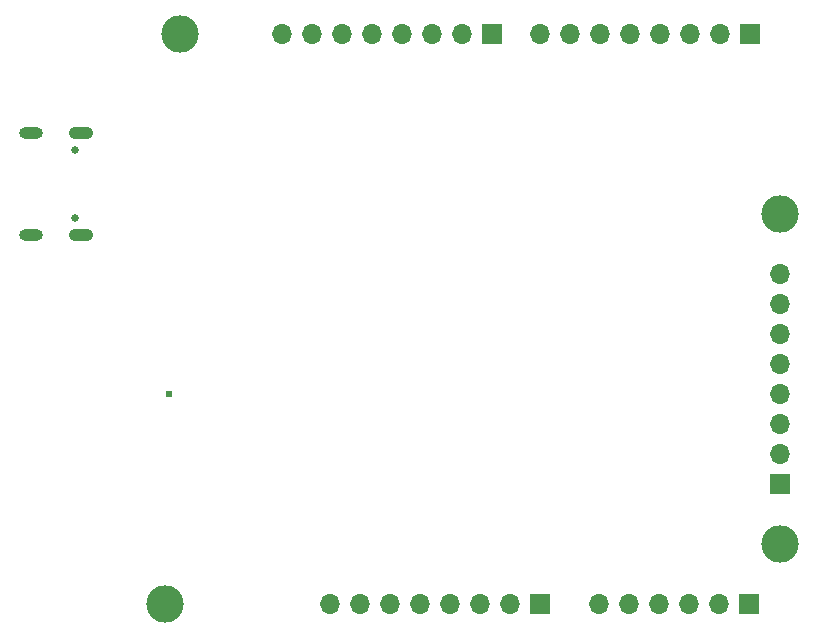
<source format=gbr>
%TF.GenerationSoftware,KiCad,Pcbnew,(6.0.7-1)-1*%
%TF.CreationDate,2023-03-19T13:44:45-04:00*%
%TF.ProjectId,smu_base,736d755f-6261-4736-952e-6b696361645f,rev?*%
%TF.SameCoordinates,Original*%
%TF.FileFunction,Soldermask,Bot*%
%TF.FilePolarity,Negative*%
%FSLAX46Y46*%
G04 Gerber Fmt 4.6, Leading zero omitted, Abs format (unit mm)*
G04 Created by KiCad (PCBNEW (6.0.7-1)-1) date 2023-03-19 13:44:45*
%MOMM*%
%LPD*%
G01*
G04 APERTURE LIST*
%ADD10R,1.700000X1.700000*%
%ADD11O,1.700000X1.700000*%
%ADD12C,0.609600*%
%ADD13C,3.175000*%
%ADD14C,0.650000*%
%ADD15O,2.100000X1.050000*%
%ADD16O,2.000000X1.000000*%
G04 APERTURE END LIST*
D10*
%TO.C,J5*%
X145796000Y-83820000D03*
D11*
X143256000Y-83820000D03*
X140716000Y-83820000D03*
X138176000Y-83820000D03*
X135636000Y-83820000D03*
X133096000Y-83820000D03*
X130556000Y-83820000D03*
X128016000Y-83820000D03*
%TD*%
D12*
%TO.C,U8*%
X118475500Y-114328627D03*
%TD*%
D13*
%TO.C,REF\u002A\u002A*%
X170180000Y-127000000D03*
%TD*%
D10*
%TO.C,J6*%
X170205000Y-121920000D03*
D11*
X170205000Y-119380000D03*
X170205000Y-116840000D03*
X170205000Y-114300000D03*
X170205000Y-111760000D03*
X170205000Y-109220000D03*
X170205000Y-106680000D03*
X170205000Y-104140000D03*
%TD*%
D10*
%TO.C,J3*%
X149845000Y-132105000D03*
D11*
X147305000Y-132105000D03*
X144765000Y-132105000D03*
X142225000Y-132105000D03*
X139685000Y-132105000D03*
X137145000Y-132105000D03*
X134605000Y-132105000D03*
X132065000Y-132105000D03*
%TD*%
D14*
%TO.C,J1*%
X110487000Y-99410000D03*
X110487000Y-93630000D03*
D15*
X110987000Y-92200000D03*
D16*
X106807000Y-92200000D03*
X106807000Y-100840000D03*
D15*
X110987000Y-100840000D03*
%TD*%
D10*
%TO.C,J4*%
X167625000Y-83845000D03*
D11*
X165085000Y-83845000D03*
X162545000Y-83845000D03*
X160005000Y-83845000D03*
X157465000Y-83845000D03*
X154925000Y-83845000D03*
X152385000Y-83845000D03*
X149845000Y-83845000D03*
%TD*%
D13*
%TO.C,REF\u002A\u002A*%
X119380000Y-83820000D03*
%TD*%
%TO.C,REF\u002A\u002A*%
X170180000Y-99060000D03*
%TD*%
D10*
%TO.C,J7*%
X167615000Y-132105000D03*
D11*
X165075000Y-132105000D03*
X162535000Y-132105000D03*
X159995000Y-132105000D03*
X157455000Y-132105000D03*
X154915000Y-132105000D03*
%TD*%
D13*
%TO.C,REF\u002A\u002A*%
X118110000Y-132080000D03*
%TD*%
M02*

</source>
